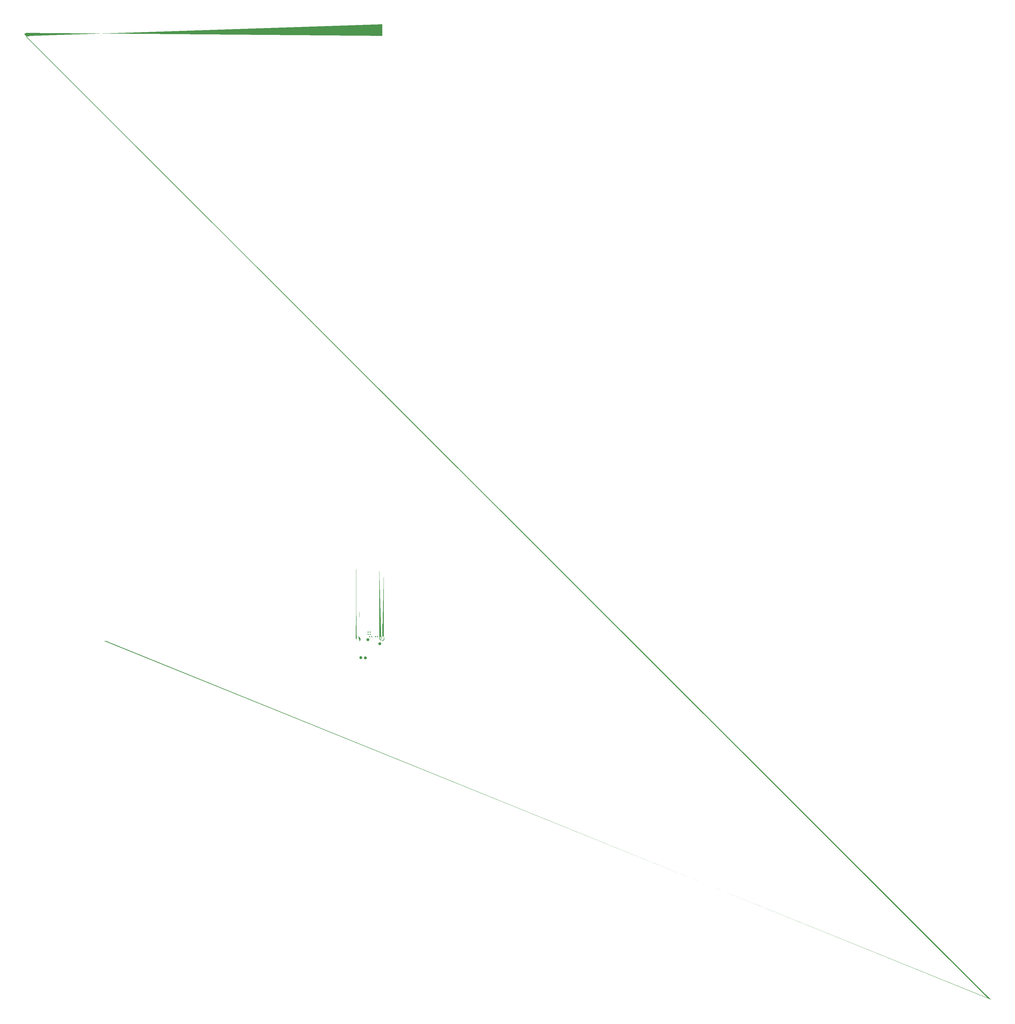
<source format=gbr>
%TF.GenerationSoftware,KiCad,Pcbnew,9.0.0*%
%TF.CreationDate,2025-08-30T10:43:31+02:00*%
%TF.ProjectId,36mm PCB,33366d6d-2050-4434-922e-6b696361645f,rev?*%
%TF.SameCoordinates,Original*%
%TF.FileFunction,Paste,Bot*%
%TF.FilePolarity,Positive*%
%FSLAX46Y46*%
G04 Gerber Fmt 4.6, Leading zero omitted, Abs format (unit mm)*
G04 Created by KiCad (PCBNEW 9.0.0) date 2025-08-30 10:43:31*
%MOMM*%
%LPD*%
G01*
G04 APERTURE LIST*
G04 Aperture macros list*
%AMRoundRect*
0 Rectangle with rounded corners*
0 $1 Rounding radius*
0 $2 $3 $4 $5 $6 $7 $8 $9 X,Y pos of 4 corners*
0 Add a 4 corners polygon primitive as box body*
4,1,4,$2,$3,$4,$5,$6,$7,$8,$9,$2,$3,0*
0 Add four circle primitives for the rounded corners*
1,1,$1+$1,$2,$3*
1,1,$1+$1,$4,$5*
1,1,$1+$1,$6,$7*
1,1,$1+$1,$8,$9*
0 Add four rect primitives between the rounded corners*
20,1,$1+$1,$2,$3,$4,$5,0*
20,1,$1+$1,$4,$5,$6,$7,0*
20,1,$1+$1,$6,$7,$8,$9,0*
20,1,$1+$1,$8,$9,$2,$3,0*%
%AMFreePoly0*
4,1,54,0.106962,1.159459,0.132844,1.114630,0.132844,1.062866,0.106962,1.018037,0.106962,1.018038,0.053730,0.964900,-0.027510,0.838296,-0.079884,0.697280,-0.100984,0.548340,-0.089838,0.398326,-0.046959,0.254137,0.025679,0.122410,0.075258,0.065850,0.077582,0.061120,0.083147,0.055557,0.098079,0.019509,0.098079,0.019440,0.098100,0.019398,0.098079,0.019082,0.098079,-0.019509,
0.095011,-0.026913,0.094657,-0.032251,0.089794,-0.039509,0.083147,-0.055557,0.070728,-0.067975,0.065851,-0.075259,0.061118,-0.077585,0.055557,-0.083147,0.019509,-0.098079,0.019444,-0.098079,0.019399,-0.098100,0.019069,-0.098079,-0.019509,-0.098079,-0.026908,-0.095014,-0.032250,-0.094658,-0.039511,-0.089793,-0.055557,-0.083147,-0.067974,-0.070729,-0.075257,-0.065852,-0.075257,-0.065851,
-0.081472,-0.057230,-0.083147,-0.055557,-0.083776,-0.054036,-0.173799,0.070784,-0.245064,0.223430,-0.286540,0.386707,-0.296764,0.554858,-0.275377,0.721957,-0.223133,0.882114,-0.141872,1.029681,-0.034460,1.159459,0.010369,1.185341,0.062133,1.185341,0.106962,1.159459,0.106962,1.159459,$1*%
%AMFreePoly1*
4,1,64,-0.452185,1.437231,-0.278642,1.395243,-0.116876,1.319666,0.026686,1.213504,0.146337,1.080976,0.237325,0.927349,0.296032,0.758726,0.320127,0.581809,0.308651,0.403629,0.262061,0.231263,0.182208,0.071565,0.083465,-0.054788,0.083147,-0.055557,0.081855,-0.056847,0.072265,-0.069122,0.065433,-0.073270,0.055557,-0.083147,0.035480,-0.091463,0.028022,-0.095994,0.024347,-0.096074,
0.019509,-0.098079,-0.019509,-0.098079,-0.021867,-0.097102,-0.023729,-0.097144,-0.029795,-0.093818,-0.055557,-0.083147,-0.063190,-0.075513,-0.069121,-0.072264,-0.073266,-0.065437,-0.083147,-0.055557,-0.091466,-0.035472,-0.095993,-0.028021,-0.096073,-0.024349,-0.098079,-0.019509,-0.098079,0.019509,-0.097101,0.021870,-0.097143,0.023730,-0.093817,0.029798,-0.083147,0.055557,-0.075512,0.063191,
-0.072263,0.069122,-0.072264,0.069123,-0.020039,0.123703,0.058525,0.252750,0.107560,0.395651,0.124781,0.545747,0.109386,0.696041,0.062091,0.839528,-0.014898,0.969520,-0.117992,1.079959,-0.242390,1.165696,-0.382289,1.222736,-0.531171,1.248419,-0.682095,1.241550,-0.755058,1.221986,-0.806822,1.221986,-0.851651,1.247868,-0.877533,1.292697,-0.877533,1.344461,-0.851651,1.389290,
-0.806822,1.415172,-0.806822,1.415171,-0.630608,1.443963,-0.452185,1.437231,-0.452185,1.437231,$1*%
%AMFreePoly2*
4,1,56,-0.287919,1.409137,-0.262037,1.364308,-0.262037,1.312544,-0.287919,1.267715,-0.339943,1.215691,-0.420084,1.092285,-0.472818,0.954912,-0.495835,0.809578,-0.488134,0.662634,-0.450050,0.520502,-0.383248,0.389394,-0.290646,0.275040,-0.176292,0.182438,-0.045184,0.115635,0.025882,0.096593,0.032953,0.092510,0.055557,0.083147,0.064282,0.074420,0.070711,0.070711,0.074421,0.064281,
0.083147,0.055557,0.092509,0.032955,0.096593,0.025882,0.096593,0.023096,0.098079,0.019509,0.098079,-0.019509,0.096593,-0.023096,0.096593,-0.025882,0.092510,-0.032953,0.083147,-0.055557,0.074420,-0.064282,0.070711,-0.070711,0.064281,-0.074421,0.055557,-0.083147,0.032953,-0.092510,0.025882,-0.096593,0.023096,-0.096593,0.019509,-0.098079,-0.019509,-0.098079,-0.023096,-0.096593,
-0.025882,-0.096593,-0.025882,-0.096592,-0.186195,-0.036799,-0.332294,0.052254,-0.458901,0.167347,-0.561437,0.304320,-0.636199,0.458223,-0.680483,0.623494,-0.692689,0.794159,-0.672376,0.964049,-0.620278,1.127026,-0.538279,1.277197,-0.429341,1.409137,-0.384512,1.435019,-0.332748,1.435019,-0.287919,1.409137,-0.287919,1.409137,$1*%
%AMFreePoly3*
4,1,67,-0.089581,1.665041,0.082241,1.624978,0.242945,1.552164,0.386357,1.449397,0.506963,1.320626,0.600131,1.170801,0.662278,1.005678,0.691018,0.831603,0.685245,0.655267,0.645182,0.483446,0.572368,0.322741,0.469601,0.179329,0.340830,0.058723,0.191005,-0.034445,0.025882,-0.096592,0.025882,-0.096593,0.023096,-0.096593,0.019509,-0.098079,-0.019509,-0.098079,-0.023096,-0.096593,
-0.025882,-0.096593,-0.032953,-0.092510,-0.055557,-0.083147,-0.064282,-0.074420,-0.070711,-0.070711,-0.074421,-0.064281,-0.083147,-0.055557,-0.092510,-0.032953,-0.096593,-0.025882,-0.096593,-0.023096,-0.098079,-0.019509,-0.098079,0.019509,-0.096593,0.023096,-0.096593,0.025882,-0.092509,0.032955,-0.083147,0.055557,-0.079981,0.058723,-0.074420,0.064282,-0.070711,0.070711,-0.064281,0.074421,
-0.055557,0.083147,-0.032953,0.092510,-0.025882,0.096593,0.050302,0.117006,0.189764,0.190714,0.309328,0.293607,0.402999,0.420526,0.466078,0.565107,0.495404,0.720099,0.489507,0.877730,0.448680,1.030098,0.374972,1.169560,0.272079,1.289124,0.145160,1.382794,0.000579,1.445874,-0.154413,1.475200,-0.312044,1.469302,-0.388228,1.448889,-0.439992,1.448889,-0.484821,1.474771,
-0.510703,1.519600,-0.510703,1.571364,-0.484821,1.616193,-0.439992,1.642075,-0.439992,1.642074,-0.265917,1.670814,-0.089581,1.665041,-0.089581,1.665041,$1*%
G04 Aperture macros list end*
%ADD10RoundRect,0.079500X0.079500X0.100500X-0.079500X0.100500X-0.079500X-0.100500X0.079500X-0.100500X0*%
%ADD11FreePoly0,330.000000*%
%ADD12FreePoly1,330.000000*%
%ADD13C,1.000000*%
%ADD14FreePoly2,330.000000*%
%ADD15FreePoly3,330.000000*%
G04 APERTURE END LIST*
D10*
%TO.C,R9*%
X207195000Y-117820000D03*
X206505000Y-117820000D03*
%TD*%
D11*
%TO.C,L3*%
X202615657Y-119409196D03*
D12*
X203620736Y-120018347D03*
%TD*%
D10*
%TO.C,C16*%
X207185000Y-117070000D03*
X206495000Y-117070000D03*
%TD*%
D13*
%TO.C,TP21*%
X205540000Y-125680000D03*
%TD*%
%TO.C,TP20*%
X204060000Y-125670000D03*
%TD*%
D10*
%TO.C,R8*%
X209662772Y-118584534D03*
X208972772Y-118584534D03*
%TD*%
D13*
%TO.C,TP19*%
X210380000Y-120960000D03*
%TD*%
D10*
%TO.C,R7*%
X207702772Y-118584534D03*
X207012772Y-118584534D03*
%TD*%
D13*
%TO.C,TP16*%
X206450000Y-119590000D03*
%TD*%
D14*
%TO.C,L2*%
X210902087Y-119820220D03*
D15*
X211260717Y-120027275D03*
%TD*%
M02*

</source>
